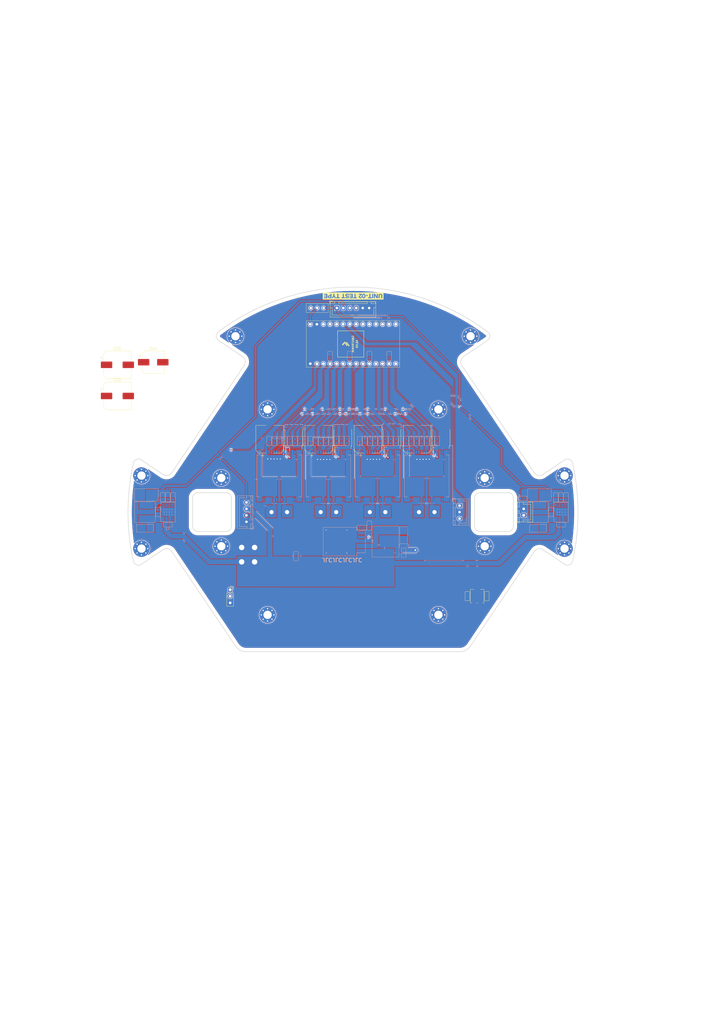
<source format=kicad_pcb>
(kicad_pcb (version 20221018) (generator pcbnew)
  (layers (0 "F.Cu" signal) (31 "B.Cu" signal) (34 "B.Paste" user) (35 "F.Paste" user) (36 "B.SilkS" user "B.Silkscreen") (37 "F.SilkS" user "F.Silkscreen") (38 "B.Mask" user) (39 "F.Mask" user) (44 "Edge.Cuts" user))
  (net 0 "")
  (net 1 "GND")
  (net 2 "+5V")
  (net 4 "+3V3")
  (net 5 "Net-(D2-K)")
  (net 6 "/M4 OUTA")
  (net 8 "/ESC")
  (net 9 "/M4 OUTB")
  (net 10 "/M SW")
  (net 21 "/L1 TX")
  (net 22 "/L1 RX")
  (net 23 "+12V")
  (net 25 "Net-(D1-K)")
  (net 26 "/M4 PWM")
  (net 27 "/M4 INA")
  (net 28 "/M4 INB")
  (net 31 "/L3 RX")
  (net 32 "/L3 TX")
  (net 33 "+48V")
  (net 34 "Net-(D3-A)")
  (net 35 "Net-(IC1-COMP)")
  (net 36 "Net-(IC1-FDBK)")
  (net 37 "/M3 PWM")
  (net 38 "Net-(U1-BOOT)")
  (net 39 "Net-(U2-BOOT)")
  (net 40 "Net-(Q1-D)")
  (net 41 "Net-(Q2-D)")
  (net 42 "Net-(C15-Pad1)")
  (net 43 "Net-(Q3-D)")
  (net 44 "Net-(Q4-D)")
  (net 46 "/M1 OUTA")
  (net 47 "/M1 OUTB")
  (net 48 "/M2 OUTA")
  (net 49 "/M2 OUTB")
  (net 50 "/M3 OUTA")
  (net 51 "/M3 OUTB")
  (net 52 "Net-(Q1-G)")
  (net 53 "Net-(Q2-G)")
  (net 54 "Net-(Q3-G)")
  (net 55 "Net-(Q4-G)")
  (net 56 "Net-(U1-VSENSE)")
  (net 57 "Net-(U2-VSENSE)")
  (net 58 "Net-(U4-ENA)")
  (net 59 "Net-(U4-ENB)")
  (net 60 "Net-(U5-ENA)")
  (net 61 "Net-(U5-ENB)")
  (net 62 "/M1 INA")
  (net 63 "Net-(U4-INA)")
  (net 64 "Net-(U4-INB)")
  (net 65 "/M1 INB")
  (net 66 "Net-(R17-Pad1)")
  (net 67 "/M1 PWM")
  (net 68 "/M3 INA")
  (net 69 "Net-(U5-INA)")
  (net 70 "Net-(U5-INB)")
  (net 71 "/M3 INB")
  (net 72 "Net-(R20-Pad1)")
  (net 73 "Net-(U6-ENA)")
  (net 74 "Net-(U6-ENB)")
  (net 75 "Net-(U7-ENA)")
  (net 76 "Net-(U7-ENB)")
  (net 77 "/M2 INA")
  (net 78 "Net-(U6-INA)")
  (net 79 "Net-(U6-INB)")
  (net 80 "/M2 INB")
  (net 81 "Net-(R32-Pad1)")
  (net 82 "/M2 PWM")
  (net 83 "Net-(U7-INA)")
  (net 84 "Net-(U7-INB)")
  (net 85 "Net-(R35-Pad1)")
  (net 86 "Net-(R37-Pad2)")
  (net 108 "/TEENSY PWR")
  (footprint "MountingHole:MountingHole_3.2mm_M3_Pad_Via" (layer "F.Cu") (at 181.529207 170.274635)
    (fp_text reference "H14" hide)
    (fp_text value "MountingHole_Pad" hide)
  )
  (footprint "MountingHole:MountingHole_3.2mm_M3_Pad_Via" (layer "F.Cu") (at 230.291143 224.114135)
    (fp_text reference "H2" hide)
    (fp_text value "MountingHole_Pad" hide)
  )
  (footprint "2024l2:16 AWG" (layer "F.Cu") (at 158 210 180)
    (fp_text reference "J9" hide)
    (fp_text value "Conn_01x02")
  )
  (footprint "2024l2:AOD482" (layer "F.Cu") (at 182.56 181.95 90)
    (fp_text reference "Q4" hide)
    (fp_text value "AOD482")
  )
  (footprint "MountingHole:MountingHole_3.2mm_M3_Pad_Via" (layer "F.Cu") (at 66.708858 195.885863)
    (fp_text reference "H13" hide)
    (fp_text value "MountingHole_Pad" hide)
  )
  (footprint "MountingHole:MountingHole_3.2mm_M3_Pad_Via" (layer "F.Cu") (at 230.291142 195.885863)
    (fp_text reference "H4" hide)
    (fp_text value "MountingHole_Pad" hide)
  )
  (footprint "MountingHole:MountingHole_3.2mm_M3_Pad_Via" (layer "F.Cu") (at 115.470793 170.274635)
    (fp_text reference "H9" hide)
    (fp_text value "MountingHole_Pad" hide)
  )
  (footprint "2024l2:16 AWG" (layer "F.Cu") (at 139 210 180)
    (fp_text reference "J8" hide)
    (fp_text value "Conn_01x02")
  )
  (footprint "Capacitor_SMD:CP_Elec_10x10.5" (layer "F.Cu") (at 154.28 181.8325 90)
    (fp_text reference "C12" hide)
    (fp_text value "680uF")
  )
  (footprint "Connector_PinSocket_2.54mm:PinSocket_1x03_P2.54mm_Vertical" (layer "F.Cu") (at 101 240)
    (fp_text reference "J4" hide)
    (fp_text value "Conn_01x03" hide)
  )
  (footprint "Capacitor_SMD:CP_Elec_10x10.5" (layer "F.Cu") (at 173.28 181.8325 90)
    (fp_text reference "C20" hide)
    (fp_text value "680uF")
  )
  (footprint "2024l2:14 AWG" (layer "F.Cu") (at 110.45 226.46 -90)
    (fp_text reference "J1" hide)
    (fp_text value "Conn_01x02")
  )
  (footprint "MountingHole:MountingHole_3.2mm_M3_Pad_Via" (layer "F.Cu") (at 66.708857 224.114135)
    (fp_text reference "H11" hide)
    (fp_text value "MountingHole_Pad" hide)
  )
  (footprint "MountingHole:MountingHole_3.2mm_M3_Pad_Via" (layer "F.Cu") (at 115.470793 249.725365)
    (fp_text reference "H1" hide)
    (fp_text value "MountingHole_Pad" hide)
  )
  (footprint "2024l3:SS12D00G3" (layer "F.Cu") (at 134.65 131.1 180)
    (fp_text reference "SW2" hide)
    (fp_text value "SW_SPDT" hide)
  )
  (footprint "MountingHole:MountingHole_3.2mm_M3_Pad_Via" (layer "F.Cu") (at 199.42338 223.196162)
    (fp_text reference "H12" hide)
    (fp_text value "MountingHole_Pad" hide)
  )
  (footprint "2024l2:AOD482" (layer "F.Cu") (at 125.56 181.95 90)
    (fp_text reference "Q1" hide)
    (fp_text value "AOD482")
  )
  (footprint "Capacitor_SMD:CP_Elec_10x10.5" (layer "F.Cu") (at 57.405 165.1)
    (fp_text reference "C22")
    (fp_text value "220u")
  )
  (footprint "Connector_JST:JST_XH_B2B-XH-A_1x02_P2.50mm_Vertical" (layer "F.Cu") (at 214.5 211.25 90)
    (fp_text reference "SW1" hide)
    (fp_text value "SW_SPST" hide)
  )
  (footprint "kibuzzard-656010D2" (layer "F.Cu") (at 148.55 126.45 180)
    (fp_text reference "kibuzzard-656010D2" hide)
    (fp_text value "G***" hide)
  )
  (footprint "2024l2:16 AWG" (layer "F.Cu") (at 177 210 180)
    (fp_text reference "J10" hide)
    (fp_text value "Conn_01x02")
  )
  (footprint "Capacitor_SMD:CP_Elec_10x10.5" (layer "F.Cu") (at 116.28 181.8325 90)
    (fp_text reference "C11" hide)
    (fp_text value "680uF")
  )
  (footprint "MountingHole:MountingHole_3.2mm_M3_Pad_Via" (layer "F.Cu") (at 97.57662 223.196162)
    (fp_text reference "H7" hide)
    (fp_text value "MountingHole_Pad" hide)
  )
  (footprint "2024l2:AOD482" (layer "F.Cu") (at 163.56 181.95 90)
    (fp_text reference "Q2" hide)
    (fp_text value "AOD482")
  )
  (footprint "MountingHole:MountingHole_3.2mm_M3_Pad_Via" (layer "F.Cu") (at 193.943605 141.99842)
    (fp_text reference "H10" hide)
    (fp_text value "MountingHole_Pad" hide)
  )
  (footprint "2024l2:16 AWG" (layer "F.Cu") (at 120 210 180)
    (fp_text reference "J7" hide)
    (fp_text value "Conn_01x02")
  )
  (footprint "2024l2:14 AWG" (layer "F.Cu") (at 105.45 226.46 -90)
    (fp_text reference "J2" hide)
    (fp_text value "Conn_01x02")
  )
  (footprint "MountingHole:MountingHole_3.2mm_M3_Pad_Via" (layer "F.Cu") (at 181.529207 249.725365)
    (fp_text reference "H6" hide)
    (fp_text value "MountingHole_Pad" hide)
  )
  (footprint "MountingHole:MountingHole_3.2mm_M3_Pad_Via" (layer "F.Cu") (at 103.056395 141.99842)
    (fp_text reference "H5" hide)
    (fp_text value "MountingHole_Pad" hide)
  )
  (footprint "2024l2:res0603" (layer "F.Cu") (at 200.239999 242.5 -90)
    (fp_text reference "R36" hide)
    (fp_text value "1k5")
  )
  (footprint "Capacitor_SMD:CP_Elec_10x10.5" (layer "F.Cu") (at 57.405 153.05)
    (fp_text reference "C21")
    (fp_text value "220u")
  )
  (footprint "Capacitor_SMD:CP_Elec_10x10.5" (layer "F.Cu") (at 135.28 181.8325 90)
    (fp_text reference "C19" hide)
    (fp_text value "680uF")
  )
  (footprint "MountingHole:MountingHole_3.2mm_M3_Pad_Via" (layer "F.Cu") (at 97.57662 196.803836)
    (fp_text reference "H3" hide)
    (fp_text value "MountingHole_Pad" hide)
  )
  (footprint "Capacitor_SMD:CP_Elec_8x10.5" (layer "F.Cu") (at 71.25 152.05)
    (fp_text reference "C14")
    (fp_text value "100u")
  )
  (footprint "MountingHole:MountingHole_3.2mm_M3_Pad_Via" (layer "F.Cu") (at 199.42338 196.803836)
    (fp_text reference "H8" hide)
    (fp_text value "MountingHole_Pad" hide)
  )
  (footprint "2024l2:Potentiometer_Vishay_TS53YJ_Vertical" (layer "F.Cu") (at 196.5 242.5 -90)
    (fp_text reference "RV1" hide)
    (fp_text value "10k")
  )
  (footprint "2024l2:AOD482" (layer "F.Cu") (at 144.56 181.95 90)
    (fp_text reference "Q3" hide)
    (fp_text value "AOD482")
  )
  (footprint "2024l2:res0603" (layer "F.Cu") (at 192.740001 242.5 -90)
    (fp_text reference "R37" hide)
    (fp_text value "57k")
  )
  (footprint "Connector_JST:JST_XH_B6B-XH-A_1x06_P2.50mm_Vertical" (layer "F.Cu") (at 142.25 131.1)
    (fp_text reference "J6" hide)
    (fp_text value "Conn_01x06")
  )
  (footprint "2024l2:Teensy 4.0" (layer "F.Cu") (at 148.5 145 90)
    (fp_text reference "U3" hide)
    (fp_text value "Teensy 4.0" hide)
  )
  (footprint "Package_SO:ST_MultiPowerSO-30" (layer "B.Cu") (at 120 196 -90)
    (fp_text reference "U4" hide)
    (fp_text value "~")
  )
  (footprint "2024l2:cap0603" (layer "B.Cu") (at 126.45 227.05 90)
    (fp_text reference "C13" hide)
    (fp_text value "0.1u")
  )
  (footprint "2024l2:cap0603" (layer "B.Cu") (at 228.9 214.89)
    (fp_text reference "C2" hide)
    (fp_text value "10u" hide)
  )
  (footprint "Connector_JST:JST_XH_B3B-XH-A_1x03_P2.50mm_Vertical" (layer "B.Cu") (at 189.7 207.5 -90)
    (fp_text reference "J3" hide)
    (fp_text value "Conn_01x03")
  )
  (footprint "2024l2:res0603" (layer "B.Cu") (at 177.08 182.5 -90)
    (fp_text reference "R27" hide)
    (fp_text value "3k3")
  )
  (footprint "2024l2:res0603" (layer "B.Cu") (at 179.08 182.5 90)
    (fp_text reference "R24" hide)
    (fp_text value "1k")
  )
  (footprint "2024l2:res0603" (layer "B.Cu") (at 144.08 182.5 90)
    (fp_text reference "R22" hide)
    (fp_text value "1k")
  )
  (footprint "2024l2:res0603" (layer "B.Cu") (at 175.08 182.5 90)
    (fp_text reference "R35" hide)
    (fp_text value "1k")
  )
  (footprint "2024l2:cap0603" (layer "B.Cu") (at 168.10015 225.7 -90)
    (fp_text reference "C18" hide)
    (fp_text value "0.1u")
  )
  (footprint "2024l2:res0603" (layer "B.Cu") (at 153.08 182.5 -90)
    (fp_text reference "R18" hide)
    (fp_text value "1k")
  )
  (footprint "2024l2:cap0603" (layer "B.Cu") (at 74.95 204.25 -90)
    (fp_text reference "C7" hide)
    (fp_text value "0u1" hide)
  )
  (footprint "2024l2:SMA (DO-214AC)" (layer "B.Cu") (at 168.10015 218.9 90)
    (fp_text reference "D3" hide)
    (fp_text value "SS510" hide)
  )
  (footprint "2024l2:res0603" (layer "B.Cu") (at 146.08 182.5 90)
    (fp_text reference "R31" hide)
    (fp_text value "1k")
  )
  (footprint "2024l2:res0603" (layer "B.Cu") (at 213.9 204.75 180)
    (fp_text reference "R38" hide)
    (fp_text value "1K" hide)
  )
  (footprint "2024l2:res0603" (layer "B.Cu") (at 138.08 182.5 -90)
    (fp_text reference "R28" hide)
    (fp_text value "3k3")
  )
  (footprint "2024l2:res0603" (layer "B.Cu") (at 228.899999 204.29 -90)
    (fp_text reference "R5" hide)
    (fp_text value "10K" hide)
  )
  (footprint "2024l2:1040 One Piece Inductor" (layer "B.Cu") (at 161.10015 221.4 -90)
    (fp_text reference "L3" hide)
    (fp_text value "68uH" hide)
  )
  (footprint "2024l2:res0603" (layer "B.Cu") (at 169.08 182.5 -90)
    (fp_text reference "R33" hide)
    (fp_text value "1k")
  )
  (footprint "2024l2:EIA-7343-D" (layer "B.Cu") (at 220.6 203.39 180)
    (fp_text reference "C6" hide)
    (fp_text value "220u" hide)
  )
  (footprint "2024l2:res0603" (layer "B.Cu") (at 162.47 149.62 90)
    (fp_text reference "R40" hide)
    (fp_text value "10k")
  )
  (footprint "Package_SO:ST_MultiPowerSO-30" (layer "B.Cu") (at 177 196 -90)
    (fp_text reference "U7" hide)
    (fp_text value "~")
  )
  (footprint "2024l2:res0603" (layer "B.Cu") (at 163.08 182.5 90)
    (fp_text reference "R10" hide)
    (fp_text value "1k")
  )
  (footprint "Connector_JST:JST_XH_B4B-XH-A_1x04_P2.50mm_Vertical" (layer "B.Cu") (at 107.3 213.75 90)
    (fp_text reference "J5" hide)
    (fp_text value "Conn_01x04")
  )
  (footprint "2024l2:res0603" (layer "B.Cu") (at 230.85 204.29 90)
    (fp_text reference "R6" hide)
    (fp_text value "3K24" hide)
  )
  (footprint "2024l2:res0603" (layer "B.Cu") (at 154.85 149.62 90)
    (fp_text reference "R2" hide)
    (fp_text value "10k")
  )
  (footprint "2024l2:res0603" (layer "B.Cu") (at 136.08 182.5 -90)
    (fp_text reference "R21" hide)
    (fp_text value "1k")
  )
  (footprint "2024l2:res0603" (layer "B.Cu") (at 128.08 182.5 90)
    (fp_text reference "R8" hide)
    (fp_text value "1k")
  )
  (footprint "Package_SO:ST_MultiPowerSO-30" (layer "B.Cu") (at 139 196 -90)
    (fp_text reference "U6" hide)
    (fp_text value "~")
  )
  (footprint "2024l2:res0603" (layer "B.Cu") (at 147.23 149.62 90)
    (fp_text reference "R39" hide)
    (fp_text value "10k")
  )
  (footprint "Package_SO:ST_MultiPowerSO-30" (layer "B.Cu") (at 158 196 -90)
    (fp_text reference "U5" hide)
    (fp_text value "~")
  )
  (footprint "2024l2:cap0603" (layer "B.Cu") (at 225.1 209.99 -90)
    (fp_text reference "C4" hide)
    (fp_text value "10n" hide)
  )
  (footprint "2024l2:cap0603" (layer "B.Cu") (at 132.08 182.5 90)
    (fp_text reference "C16" hide)
    (fp_text value "1uF")
  )
  (footprint "2024l2:res0603" (layer "B.Cu") (at 122.08 182.5 -90)
    (fp_text reference "R13" hide)
    (fp_text value "3k3")
  )
  (footprint "2024l2:res0603" (layer "B.Cu") (at 118.08 182.5 -90)
    (fp_text reference "R15" hide)
    (fp_text value "1k")
  )
  (footprint "2024l2:TI_SO-PowerPAD-8" (layer "B.Cu") (at 76.95 210 -90)
    (fp_text reference "U1" hide)
    (fp_text value "TPS5430DDA" hide)
  )
  (footprint "2024l2:EIA-7343-D" (layer "B.Cu") (at 68.6 203.35 180)
    (fp_text reference "C5" hide)
    (fp_text value "220u" hide)
  )
  (footprint "2024l2:res0603" (layer "B.Cu") (at 161.08 182.5 -90)
    (fp_text reference "R12" hide)
    (fp_text value "3k3")
  )
  (footprint "2024l2:res0603" (layer "B.Cu") (at 134.08 182.5 -90)
    (fp_text reference "R30" hide)
    (fp_text value "1k")
  )
  (footprint "2024l2:res0603" (layer "B.Cu") (at 140.08 182.5 90)
    (fp_text reference "R32" hide)
    (fp_text value "1k")
  )
  (footprint "2024l2:res0603" (layer "B.Cu") (at 76.899999 204.25 -90)
    (fp_text reference "R3" hide)
    (fp_text value "10K" hide)
  )
  (footprint "2024l2:res0603" (layer "B.Cu") (at 159.08 182.5 90)
    (fp_text reference "R20" hide)
    (fp_text value "1k")
  )
  (footprint "2024l2:cap0603" (layer "B.Cu") (at 116.08 182.5 90)
    (fp_text reference "C9" hide)
    (fp_text value "1uF")
  )
  (footprint "2024l2:res0603" (layer "B.Cu") (at 142.08 182.5 -90)
    (fp_text reference "R26" hide)
    (fp_text value "3k3")
  )
  (footprint "2024l2:0630 One Piece Inductor" (layer "B.Cu") (at 220.05 210.04 90)
    (fp_text reference "L2" hide)
    (fp_text value "15uH" hide)
  )
  (footprint "2024l2:res0603" (layer "B.Cu") (at 139.61 149.62 90)
    (fp_text reference "R1" hide)
    (fp_text value "10k")
  )
  (footprint "2024l2:res0603" (layer "B.Cu") (at 124.08 182.5 90)
    (fp_text reference "R17" hide)
    (fp_text value "1k")
  )
  (footprint "2024l2:res0603" (layer "B.Cu") (at 171.08 182.5 -90)
    (fp_text reference "R23" hide)
    (fp_text value "1k")
  )
  (footprint "2024l2:SMA (DO-214AC)" (layer "B.Cu") (at 220.05 216.29 180)
    (fp_text reference "D2" hide)
    (fp_text value "SS54" hide)
  )
  (footprint "2024l2:res0603" (layer "B.Cu") (at 78.85 204.25 90)
    (fp_text reference "R4" hide)
    (fp_text value "5K9" hide)
  )
  (footprint "2024l2:res0603" (layer "B.Cu") (at 173.08 182.5 -90)
    (fp_text reference "R29" hide)
    (fp_text value "3k3")
  )
  (footprint "2024l2:res0603" (layer "B.Cu") (at 181.08 182.5 90)
    (fp_text reference "R34" hide)
    (fp_text value "1k")
  )
  (footprint "2024l2:res0603" (layer "B.Cu") (at 157.08 182.5 -90)
    (fp_text reference "R14" hide)
    (fp_text value "3k3")
  )
  (footprint "2024l2:cap0603" (layer "B.Cu") (at 226.95 204.29 -90)
    (fp_text reference "C8" hide)
    (fp_text value "0u1" hide)
  )
  (footprint "2024l2:res0603" (layer "B.Cu") (at 126.08 182.5 -90)
    (fp_text reference "R11" hide)
    (fp_text value "3k3")
  )
  (footprint "2024l2:cap0603" (layer "B.Cu") (at 151.08 182.5 90)
    (fp_text reference "C10" hide)
    (fp_text value "1uF")
  )
  (footprint "2024l2:TI_SO-PowerPAD-8" (layer "B.Cu") (at 228.95 210.04 -90)
    (fp_text reference "U2" hide)
    (fp_text value "TPS5430DDA" hide)
  )
  (footprint "2024l2:TO170P1435X465-6N" (layer "B.Cu") (at 145.50015 221.4 180)
    (fp_text reference "IC1" hide)
    (fp_text value "LM2587S-ADJ" hide)
  )
  (footprint "2024l2:cap0603" (layer "B.Cu") (at 154.80015 215.2 90)
    (fp_text reference "C15" hide)
    (fp_text value "1u")
  )
  (footprint "2024l2:res0603" (layer "B.Cu") (at 120.08 182.5 -90)
    (fp_text reference "R7" hide)
    (fp_text value "1k")
  )
  (footprint "2024l2:res0603" (layer "B.Cu") (at 155.08 182.5 -90)
    (fp_text reference "R9" hide)
    (fp_text value "1k")
  )
  (footprint "2024l2:res0603" (layer "B.Cu") (at 151.90015 216)
    (fp_text reference "R25" hide)
    (fp_text value "2k94")
  )
  (footprint "2024l2:cap0603" (layer "B.Cu") (at 76.9 214.85)
    (fp_text reference "C1")
    (fp_text value "10u")
  )
  (footprint "2024l2:cap0603" (layer "B.Cu") (at 167.08 182.5 90)
    (fp_text reference "C17" hide)
    (fp_text value "1uF")
  )
  (footprint "2024l2:res0603" (layer "B.Cu") (at 165.08 182.5 90)
    (fp_text reference "R19" hide)
    (fp_text value "1k")
  )
  (footprint "2024l2:cap0603" (layer "B.Cu") (at 73.1 209.95 -90)
    (fp_text reference "C3" hide)
    (fp_text value "10n")
  )
  (footprint "2024l2:SMA (DO-214AC)" (layer "B.Cu") (at 68.05 216.25 180)
    (fp_text reference "D1" hide)
    (fp_text value "SS54" hide)
  )
  (footprint "2024l2:0630 One Piece Inductor" (layer "B.Cu") (at 68.05 210 90)
    (fp_text reference "L1" hide)
    (fp_text value "15uH" hide)
  )
  (footprint "2024l2:res0603" (layer "B.Cu") (at 130.08 182.5 90)
    (fp_text reference "R16" hide)
    (fp_text value "1k")
  )
  (gr_line (start 218.549738 194.758896) (end 190.590093 153.307017) (stroke (width 0.2)) (layer "Edge.Cuts"))
  (gr_line (start 99.499983 217.5) (end 88.499983 217.5) (stroke (width 0.2)) (layer "Edge.Cuts"))
  (gr_arc (start 218.549738 225.241104) (mid 220.14531 224.185019) (end 222.020314 224.566493) (stroke (width 0.2)) (layer "Edge.Cuts"))
  (gr_arc (start 78.450228 194.758896) (mid 76.854664 195.814943) (end 74.979652 195.433507) (stroke (width 0.2)) (layer "Edge.Cuts"))
  (gr_line (start 78.450228 225.241104) (end 103.081827 261.758951) (stroke (width 0.2)) (layer "Edge.Cuts"))
  (gr_arc (start 86.499983 204.5) (mid 87.085769 203.085786) (end 88.499983 202.5) (stroke (width 0.2)) (layer "Edge.Cuts"))
  (gr_arc (start 105.735262 149.836441) (mid 106.791346 151.432012) (end 106.409873 153.307017) (stroke (width 0.2)) (layer "Edge.Cuts"))
  (gr_arc (start 107.227015 263.962987) (mid 104.879648 263.377736) (end 103.081827 261.758951) (stroke (width 0.2)) (layer "Edge.Cuts"))
  (gr_line (start 96.473459 143.589276) (end 105.735262 149.836441) (stroke (width 0.2)) (layer "Edge.Cuts"))
  (gr_arc (start 233.409859 228.955554) (mid 232.197652 230.377959) (end 230.339522 230.177869) (stroke (width 0.2)) (layer "Edge.Cuts"))
  (gr_line (start 101.499983 204.5) (end 101.499983 215.5) (stroke (width 0.2)) (layer "Edge.Cuts"))
  (gr_arc (start 88.499983 217.5) (mid 87.085769 216.914214) (end 86.499983 215.5) (stroke (width 0.2)) (layer "Edge.Cuts"))
  (gr_line (start 230.339522 189.822131) (end 222.020314 195.433507) (stroke (width 0.2)) (layer "Edge.Cuts"))
  (gr_arc (start 197.499983 217.5) (mid 196.085769 216.914214) (end 195.499983 215.5) (stroke (width 0.2)) (layer "Edge.Cuts"))
  (gr_arc (start 230.339522 189.822131) (mid 232.197652 189.622041) (end 233.409859 191.044446) (stroke (width 0.2)) (layer "Edge.Cuts"))
  (gr_arc (start 74.979652 224.566493) (mid 76.854677 224.184988) (end 78.450228 225.241104) (stroke (width 0.2)) (layer "Edge.Cuts"))
  (gr_line (start 208.499983 217.5) (end 197.499983 217.5) (stroke (width 0.2)) (layer "Edge.Cuts"))
  (gr_arc (start 233.409859 191.044446) (mid 235.499983 210) (end 233.409859 228.955554) (stroke (width 0.2)) (layer "Edge.Cuts"))
  (gr_line (start 210.499983 204.5) (end 210.499983 215.5) (stroke (width 0.2)) (layer "Edge.Cuts"))
  (gr_arc (start 99.499983 202.5) (mid 100.914197 203.085786) (end 101.499983 204.5) (stroke (width 0.2)) (layer "Edge.Cuts"))
  (gr_line (start 86.499983 215.5) (end 86.499983 204.5) (stroke (width 0.2)) (layer "Edge.Cuts"))
  (gr_arc (start 96.394006 140.329582) (mid 148.499983 123) (end 200.60596 140.329582) (stroke (width 0.2)) (layer "Edge.Cuts"))
  (gr_arc (start 208.499983 202.5) (mid 209.914197 203.085786) (end 210.499983 204.5) (stroke (width 0.2)) (layer "Edge.Cuts"))
  (gr_arc (start 195.499983 204.5) (mid 196.085769 203.085786) (end 197.499983 202.5) (stroke (width 0.2)) (layer "Edge.Cuts"))
  (gr_line (start 222.020314 224.566493) (end 230.339522 230.177869) (stroke (width 0.2)) (layer "Edge.Cuts"))
  (gr_line (start 88.499983 202.5) (end 99.499983 202.5) (stroke (width 0.2)) (layer "Edge.Cuts"))
  (gr_line (start 195.499983 215.5) (end 195.499983 204.5) (stroke (width 0.2)) (layer "Edge.Cuts"))
  (gr_arc (start 63.590107 191.044446) (mid 64.802317 189.622019) (end 66.660444 189.822131) (stroke (width 0.2)) (layer "Edge.Cuts"))
  (gr_line (start 107.227015 263.962987) (end 189.772951 263.962987) (stroke (width 0.2)) (layer "Edge.Cuts"))
  (gr_arc (start 190.590093 153.307017) (mid 190.208619 151.432013) (end 191.264704 149.836441) (stroke (width 0.2)) (layer "Edge.Cuts"))
  (gr_arc (start 66.660444 230.177869) (mid 64.802333 230.377943) (end 63.590107 228.955554) (stroke (width 0.2)) (layer "Edge.Cuts"))
  (gr_arc (start 193.918139 261.758951) (mid 192.120309 263.377725) (end 189.772951 263.962987) (stroke (width 0.2)) (layer "Edge.Cuts"))
  (gr_line (start 191.264704 149.836441) (end 200.526507 143.589276) (stroke (width 0.2)) (layer "Edge.Cuts"))
  (gr_line (start 106.409873 153.307017) (end 78.450228 194.758896) (stroke (width 0.2)) (layer "Edge.Cuts"))
  (gr_arc (start 101.499983 215.5) (mid 100.914197 216.914214) (end 99.499983 217.5) (stroke (width 0.2)) (layer "Edge.Cuts"))
  (gr_arc (start 210.499983 215.5) (mid 209.914197 216.914214) (end 208.499983 217.5) (stroke (width 0.2)) (layer "Edge.Cuts"))
  (gr_line (start 74.979652 195.433507) (end 66.660444 189.822131) (stroke (width 0.2)) (layer "Edge.Cuts"))
  (gr_arc (start 63.590107 228.955554) (mid 61.499983 210) (end 63.590107 191.044446) (stroke (width 0.2)) (layer "Edge.Cuts"))
  (gr_arc (start 96.473459 143.589276) (mid 95.592437 141.979935) (end 96.394006 140.329582) (stroke (width 0.2)) (layer "Edge.Cuts"))
  (gr_line (start 197.499983 202.5) (end 208.499983 202.5) (stroke (width 0.2)) (layer "Edge.Cuts"))
  (gr_line (start 193.918139 261.758951) (end 218.549738 225.241104) (stroke (width 0.2)) (layer "Edge.Cuts"))
  (gr_line (start 66.660444 230.177869) (end 74.979652 224.566493) (stroke (width 0.2)) (layer "Edge.Cuts"))
  (gr_arc (start 200.60596 140.329582) (mid 201.407528 141.979935) (end 200.526507 143.589276) (stroke (width 0.2)) (layer "Edge.Cuts"))
  (gr_arc (start 222.020314 195.433507) (mid 220.14531 195.814981) (end 218.549738 194.758896) (stroke (width 0.2)) (layer "Edge.Cuts"))
  (gr_text "JLCJLCJLCJLC" (at 136.40015 227.6 180) (layer "B.SilkS") (effects (font (size 1.5 1.5) (thickness 0.3) bold) (justify left bottom mirror)))
  (segment (start 151.2 172) (end 154.2 172) (width 0.25) (layer "F.Cu") (net 2))
  (segment (start 143.4 172) (end 145.8 172) (width 0.25) (layer "F.Cu") (net 2))
  (segment (start 145.8 172) (end 151.2 172) (width 0.25) (layer "F.Cu") (net 2))
  (segment (start 189.7 169.15) (end 187.55 169.15) (width 0.25) (layer "F.Cu") (net 2))
  (segment (start 132.8 172) (end 143.4 172) (width 0.25) (layer "F.Cu") (net 2))
  (segment (start 128.8 172) (end 132.8 172) (width 0.25) (layer "F.Cu") (net 2))
  (segment (start 174.8 166) (end 168.8 172) (width 0.25) (layer "F.Cu") (net 2))
  (segment (start 187.55 169.15) (end 184.4 166) (width 0.25) (layer "F.Cu") (net 2))
  (segment (start 168.8 172) (end 164.8 172) (width 0.25) (layer "F.Cu") (net 2))
  (segment (start 164.8 172) (end 154.2 172) (width 0.25) (layer "F.Cu") (net 2))
  (segment (start 184.4 166) (end 174.8 166) (width 0.25) (layer "F.Cu") (net 2))
  (via (at 132.8 172) (size 0.8) (drill 0.4) (layers "F.Cu" "B.Cu") (net 2))
  (via (at 145.8 172) (size 0.8) (drill 0.4) (layers "F.Cu" "B.Cu") (net 2))
  (via (at 143.4 172) (size 0.8) (drill 0.4) (layers "F.Cu" "B.Cu") (net 2))
  (via (at 151.2 172) (size 0.8) (drill 0.4) (layers "F.Cu" "B.Cu") (net 2))
  (via (at 168.8 172) (size 0.8) (drill 0.4) (layers "F.Cu" "B.Cu") (net 2))
  (via (at 164.8 172) (size 0.8) (drill 0.4) (layers "F.Cu" "B.Cu") (net 2))
  (via (at 128.8 172) (size 0.8) (drill 0.4) (layers "F.Cu" "B.Cu") (net 2))
  (via (at 189.7 169.15) (size 0.8) (drill 0.4) (layers "F.Cu" "B.Cu") (net 2))
  (via (at 154.2 172) (size 0.8) (drill 0.4) (layers "F.Cu" "B.Cu") (net 2))
  (segment (start 138.08 177.32) (end 143.4 172) (width 0.25) (layer "B.Cu") (net 2))
  (segment (start 205.95 191.8) (end 205.95 185.4) (width 0.75) (layer "B.Cu") (net 2))
  (segment (start 189.7 156.55) (end 167.55 134.4) (width 0.75) (layer "B.Cu") (net 2))
  (segment (start 151.2 173.6) (end 151.2 172) (width 0.25) (layer "B.Cu") (net 2))
  (segment (start 142.08 181.7) (end 142.08 176.82) (width 0.25) (layer "B.Cu") (net 2))
  (segment (start 173.08 178.99) (end 166.09 172) (width 0.25) (layer "B.Cu") (net 2))
  (segment (start 177.08 178.7) (end 170.38 172) (width 0.25) (layer "B.Cu") (net 2))
  (segment (start 170.38 172) (end 168.8 172) (width 0.25) (layer "B.Cu") (net 2))
  (segment (start 145.8 173.1) (end 145.8 172) (width 0.25) (layer "B.Cu") (net 2))
  (segment (start 161.08 178.88) (end 161.08 181.7) (width 0.25) (layer "B.Cu") (net 2))
  (segment (start 154.2 172) (end 161.08 178.88) (width 0.25) (layer "B.Cu") (net 2))
  (segment (start 189.7 169.15) (end 189.7 156.55) (width 0.75) (layer "B.Cu") (net 2))
  (segment (start 167.55 134.4) (end 144.35 134.4) (width 0.75) (layer "B.Cu") (net 2))
  (segment (start 122.08 181.7) (end 122.08 178.72) (width 0.25) (layer "B.Cu") (net 2))
  (segment (start 213.1 201.45) (end 214.35 200.2) (width 0.25) (layer "B.Cu") (net 2))
  (segment (start 142.08 176.82) (end 145.8 173.1) (width 0.25) (layer "B.Cu") (net 2))
  (segment (start 223.8 201) (end 223 200.2) (width 0.75) (layer "B.Cu") (net 2))
  (segment (start 122.08 178.72) (end 128.8 172) (width 0.25) (layer "B.Cu") (net 2))
  (segment (start 223.8 203.39) (end 223.8 201) (width 0.75) (layer "B.Cu") (net 2))
  (segment (start 205.95 185.4) (end 189.7 169.15) (width 0.75) (layer "B.Cu") (net 2))
  (segment (start 173.08 180.99) (end 173.08 178.99) (width 0.25) (layer "B.Cu") (net 2))
  (segment (start 213.1 204.75) (end 213.1 201.45) (width 0.25) (layer "B.Cu") (net 2))
  (segment (start 132.8 172) (end 126.08 178.72) (width 0.25) (layer "B.Cu") (net 2))
  (segment (start 214.35 200.2) (end 205.95 191.8) (width 0.75) (layer "B.Cu") (net 2))
  (segment (start 142.25 131.1) (end 137.15 131.1) (width 0.75) (layer "B.Cu") (net 2))
  (segment (start 157.08 181.7) (end 157.08 179.48) (width 0.25) (layer "B.Cu") (net 2))
  (segment (start 223 200.2) (end 214.35 200.2) (width 0.75) (layer "B.Cu") (net 2))
  (segment (start 144.35 134.4) (end 142.25 132.3) (width 0.75) (layer "B.Cu") (net 2))
  (segment (start 173.08 181.7) (end 173.08 180.99) (width 0.25) (layer "B.Cu") (net 2))
  (segment (start 166.09 172) (end 164.8 172) (width 0.25) (layer "B.Cu") (net 2))
  (segment (start 142.25 132.3) (end 142.25 131.1) (width 0.75) (layer "B.Cu") (net 2))
  (segment (start 126.08 178.72) (end 126.08 181.7) (width 0.25) (layer "B.Cu") (net 2))
  (segment (start 177.08 181.7) (end 177.08 180.7) (width 0.25) (layer "B.Cu") (net 2))
  (segment (start 138.08 181.7) (end 138.08 177.32) (width 0.25) (layer "B.Cu") (net 2))
  (segment (start 177.08 180.7) (end 177.08 178.7) (width 0.25) (layer "B.Cu") (net 2))
  (segment (start 157.08 179.48) (end 151.2 173.6) (width 0.25) (layer "B.Cu") (net 2))
  (segment (start 110.85 145.7) (end 128.15 128.4) (width 0.75) (layer "B.Cu") (net 4))
  (segment (start 75.85 199.85) (end 74.95 200.75) (width 1) (layer "B.Cu") (net 4))
  (segment (start 107.3 198.95) (end 107.3 206.25) (width 0.75) (layer "B.Cu") (net 4))
  (segment (start 74.95 200.75) (end 74.95 203.45) (width 1) (layer "B.Cu") (net 4))
  (segment (start 110.85 173.025) (end 110.85 145.7) (width 0.75) (layer "B.Cu") (net 4))
  (segment (start 128.15 128.4) (end 143.775 128.4) (width 0.75) (layer "B.Cu") (net 4))
  (segment (start 75.9 199.85) (end 75.85 199.85) (width 1) (layer "B.Cu") (net 4))
  (segment (start 96.1125 187.7625) (end 110.85 173.025) (width 0.75) (layer "B.Cu") (net 4))
  (segment (start 144.75 129.375) (end 144.75 131.1) (width 0.75) (layer "B.Cu") (net 4))
  (segment (start 143.775 128.4) (end 144.75 129.375) (width 0.75) (layer "B.Cu") (net 4))
  (segment (start 84.025 199.85) (end 96.1125 187.7625) (width 0.75) (layer "B.Cu") (net 4))
  (segment (start 96.1125 187.7625) (end 107.3 198.95) (width 0.75) (layer "B.Cu") (net 4))
  (segment (start 83.9 199.85) (end 75.9 199.85) (width 1) (layer "B.Cu") (net 4))
  (segment (start 83.9 199.85) (end 84.025 199.85) (width 0.75) (layer "B.Cu") (net 4))
  (segment (start 83.15 203.35) (end 83.15 222.15) (width 0.25) (layer "F.Cu") (net 8))
  (segment (start 100.6 185.9) (end 83.15 203.35) (width 0.25) (layer "F.Cu") (net 8))
  (segment (start 101.35 185.9) (end 100.6 185.9) (width 0.25) (layer "F.Cu") (net 8))
  (segment (start 83.15 222.15) (end 101 240) (width 0.25) (layer "F.Cu") (net 8))
  (via (at 101.35 185.9) (size 0.8) (drill 0.4) (layers "F.Cu" "B.Cu") (net 8))
  (segment (start 133 161.3) (end 133 154.15) (width 0.25) (layer "B.Cu") (net 8))
  (segment (start 108.4 185.9) (end 133 161.3) (width 0.25) (layer "B.Cu") (net 8))
  (segment (start 133 154.15) (end 134.53 152.62) (width 0.25) (layer "B.Cu") (net 8))
  (segment (start 101.35 185.9) (end 108.4 185.9) (width 0.25) (layer "B.Cu") (net 8))
  (segment (start 129.8 170.2) (end 136.6 170.2) (width 0.25) (layer "F.Cu") (net 10))
  (segment (start 188.7 165) (end 193.75 170.05) (width 0.25) (layer "F.Cu") (net 10))
  (segment (start 143.4 170.2) (end 147 170.2) (width 0.25) (layer "F.Cu") (net 10))
  (segment (start 212.75 203.45) (end 212.75 209.5) (width 0.25) (layer "F.Cu") (net 10))
  (segment (start 169.35 170.2) (end 174.55 165) (width 0.25) (layer "F.Cu") (net 10))
  (segment (start 193.75 170.05) (end 193.75 184.45) (width 0.25) (layer "F.Cu") (net 10))
  (segment (start 193.75 184.45) (end 212.75 203.45) (width 0.25) (layer "F.Cu") (net 10))
  (segment (start 174.55 165) (end 188.7 165) (width 0.25) (layer "F.Cu") (net 10))
  (segment (start 212.75 209.5) (end 214.5 211.25) (width 0.25) (layer "F.Cu") (net 10))
  (segment (start 167.8 170.2) (end 161 170.2) (width 0.25) (layer "F.Cu") (net 10))
  (segment (start 161 170.2) (end 154.2 170.2) (width 0.25) (layer "F.Cu") (net 10))
  (segment (start 147 170.2) (end 150 170.2) (width 0.25) (layer "F.Cu") (net 10))
  (segment (start 167.8 170.2) (end 169.35 170.2) (width 0.25) (layer "F.Cu") (net 10))
  (segment (start 136.6 170.2) (end 143.4 170.2) (width 0.25) (layer "F.Cu") (net 10))
  (segment (start 150 170.2) (end 154.2 170.2) (width 0.25) (layer "F.Cu") (net 10))
  (via (at 147 170.2) (size 0.8) (drill 0.4) (layers "F.Cu" "B.Cu") (net 10))
  (via (at 150 170.2) (size 0.8) (drill 0.4) (layers "F.Cu" "B.Cu") (net 10))
  (via (at 154.2 170.2) (size 0.8) (drill 0.4) (layers "F.Cu" "B.Cu") (net 10))
  (via (at 167.8 170.2) (size 0.8) (drill 0.4) (layers "F.Cu" "B.Cu") (net 10))
  (via (at 136.6 170.2) (size 0.8) (drill 0.4) (layers "F.Cu" "B.Cu") (net 10))
  (via (at 129.8 170.2) (size 0.8) (drill 0.4) (layers "F.Cu" "B.Cu") (net 10))
  (via (at 143.4 170.2) (size 0.8) (drill 0.4) (layers "F.Cu" "B.Cu") (net 10))
  (via (at 161 170.2) (size 0.8) (drill 0.4) (layers "F.Cu" "B.Cu") (net 10))
  (segment (start 150 174.4) (end 150 170.2) (width 0.25) (layer "B.Cu") (net 10))
  (segment (start 168.18 175.8) (end 166.6 175.8) (width 0.25) (layer "B.Cu") (net 10))
  (segment (start 215.7 204.75) (end 216.35 205.4) (width 0.25) (layer "B.Cu") (net 10))
  (segment (start 147 170.2) (end 147 173.5) (width 0.25) (layer "B.Cu") (net 10))
  (segment (start 128.8 170.2) (end 120.08 178.92) (width 0.25) (layer "B.Cu") (net 10))
  (segment (start 155.08 179.48) (end 150 174.4) (width 0.25) (layer "B.Cu") (net 10))
  (segment (start 155.08 181.7) (end 155.08 179.48) (width 0.25) (layer "B.Cu") (net 10))
  (segment (start 128.08 178.72) (end 136.6 170.2) (width 0.25) (layer "B.Cu") (net 10))
  (segment (start 214.7 204.75) (end 215.7 204.75) (width 0.25) (layer "B.Cu") (net 10))
  (segment (start 179.08 178.7) (end 179.08 181.7) (width 0.25) (layer "B.Cu") (net 10))
  (segment (start 143.4 170.2) (end 136.08 177.52) (width 0.25) (layer "B.Cu") (net 10))
  (segment (start 215.95 211.25) (end 214.5 211.25) (width 0.25) (layer "B.Cu") (net 10))
  (segment (start 171.08 178.7) (end 168.18 175.8) (width 0.25) (layer "B.Cu") (net 10))
  (segment (start 128.08 181.7) (end 128.08 178.72) (width 0.25) (layer "B.Cu") (net 10))
  (segment (start 136.08 177.52) (end 136.08 181.7) (width 0.25) (layer "B.Cu") (net 10))
  (segment (start 167.8 170.2) (end 170.58 170.2) (width 0.25) (layer "B.Cu") (net 10))
  (segment (start 163.08 179.08) (end 163.08 181.7) (width 0.25) (layer "B.Cu") (net 10))
  (segment (start 216.35 205.4) (end 216.35 210.85) (width 0.25) (layer "B.Cu") (net 10))
  (segment (start 129.8 170.2) (end 128.8 170.2) (width 0.25) (layer "B.Cu") (net 10))
  (segment (start 154.2 170.2) (end 163.08 179.08) (width 0.25) (layer "B.Cu") (net 10))
  (segment (start 144.08 176.42) (end 144.08 181.7) (width 0.25) (layer "B.Cu") (net 10))
  (segment (start 170.58 170.2) (end 179.08 178.7) (width 0.25) (layer "B.Cu") (net 10))
  (segment (start 147 173.5) (end 144.08 176.42) (width 0.25) (layer "B.Cu") (net 10))
  (segment (start 171.08 181.7) (end 171.08 178.7) (width 0.25) (layer "B.Cu") (net 10))
  (segment (start 120.08 178.92) (end 120.08 181.7) (width 0.25) (layer "B.Cu") (net 10))
  (segment (start 166.6 175.8) (end 161 170.2) (width 0.25) (layer "B.Cu") (net 10))
  (segment (start 216.35 210.85) (end 215.95 211.25) (width 0.25) (layer "B.Cu") (net 10))
  (segment (start 192 211.6) (end 191.1 212.5) (width 0.25) (layer "B.Cu") (net 21))
  (segment (start 147.23 137.38) (end 153.85 144) (width 0.25) (layer "B.Cu") (net 21))
  (segment (start 187.7 200.8) (end 192 205.1) (width 0.25) (layer "B.Cu") (net 21))
  (segment (start 187.7 158.6) (end 187.7 200.8) (width 0.25) (layer "B.Cu") (net 21))
  (segment (start 173.1 144) (end 187.7 158.6) (width 0.25) (layer "B.Cu") (net 21))
  (segment (start 192 205.1) (end 192 211.6) (width 0.25) (layer "B.Cu") (net 21))
  (segment (start 153.85 144) (end 173.1 144) (width 0.25) (layer "B.Cu") (net 21))
  (segment (start 191.1 212.5) (end 189.7 212.5) (width 0.25) (layer "B.Cu") (net 21))
  (segment (start 186.75 161.95192) (end 170.69808 145.9) (width 0.25) (layer "B.Cu") (net 22))
  (segment (start 170.69808 145.9) (end 153.21 145.9) (width 0.25) (layer "B.Cu") (net 22))
  (segment (start 189.7 207.5) (end 186.75 204.55) (width 0.25) (layer "B.Cu") (net 22))
  (segment (start 153.21 145.9) (end 144.69 137.38) (width 0.25) (layer "B.Cu") (net 22))
  (segment (start 186.75 204.55) (end 186.75 161.95192) (width 0.25) (layer "B.Cu") (net 22))
  (segment (start 107.3 208.75) (end 112.2 208.75) (width 2) (layer "F.Cu") (net 23))
  (segment (start 112.2 208.75) (end 113.45 207.5) (width 2) (layer "F.Cu") (net 23))
  (segment (start 113.45 207.5) (end 113.45 205.25) (width 2) (layer "F.Cu") (net 23))
  (via (at 162 188.8) (size 0.8) (drill 0.4) (layers "F.Cu" "B.Cu") (net 23))
  (via (at 181 188.725) (size 0.8) (drill 0.4) (layers "F.Cu" "B.Cu") (net 23))
  (via (at 143 188.725) (size 0.8) (drill 0.4) (layers "F.Cu" "B.Cu") (net 23))
  (via (at 124 188.8) (size 0.8) (drill 0.4) (layers "F.Cu" "B.Cu") (net 23))
  (segment (start 76.1 217.175) (end 76.1 216.075) (width 1.5) (layer "B.Cu") (net 23))
  (segment (start 92.89 229.19) (end 105.5 229.19) (width 2) (layer "B.Cu") (net 23))
  (segment (start 124 188.8) (end 124 186.875) (width 0.75) (layer "B.Cu") (net 23))
  (segment (start 76.1 216.075) (end 76.1 214.85) (width 1) (layer "B.Cu") (net 23))
  (segment (start 111.11 229.8) (end 110.5 229.19) (width 2) (layer "B.Cu") (net 23))
  (segment (start 92.65 228.95) (end 82.95 219.25) (width 2) (layer "B.Cu") (net 23))
  (segment (start 205.025 229.8) (end 116.4 229.8) (width 2) (layer "B.Cu") (net 23))
  (segment (start 162 188.8) (end 162 186.875) (width 0.75) (layer "B.Cu") (net 23))
  (segment (start 82.95 219.25) (end 78.175 219.25) (width 2) (layer "B.Cu") (net 23))
  (segment (start 228.1 216.4) (end 228.1 214.89) (width 1) (layer "B.Cu") (net 23))
  (segment (start 108.65 208.75) (end 116.4 216.5) (width 2) (layer "B.Cu") (net 23))
  (segment (start 92.65 228.95) (end 92.89 229.19) (width 2) (layer "B.Cu") (net 23))
  (segment (start 78.175 219.25) (end 76.1 217.175) (width 2) (layer "B.Cu") (net 23))
  (segment (start 226.3 219.75) (end 215.075 219.75) (width 2) (layer "B.Cu") (net 23))
  (segment (start 116.4 229.8) (end 111.11 229.8) (width 2) (layer "B.Cu") (net 23))
  (segment (start 143 188.725) (end 143 186.8) (width 0.75) (layer "B.Cu") (net 23))
  (segment (start 181 188.725) (end 181 186.8) (width 0.75) (layer "B.Cu") (net 23))
  (segment (start 228.1 217.95) (end 226.3 219.75) (width 2) (layer "B.Cu") (net 23))
  (segment (start 116.4 216.5) (end 116.4 229.8) (width 2) (layer "B.Cu") (net 23))
  (segment (start 228.1 217.95) (end 228.1 216.4) (width 1.5) (layer "B.Cu") (net 23))
  (segment (start 215.075 219.75) (end 205.025 229.8) (width 2) (layer "B.Cu") (net 23))
  (segment (start 107.3 208.75) (end 108.65 208.75) (width 2) (layer "B.Cu") (net 23))
  (segment (start 172.48 176.1) (end 171.1 176.1) (width 0.25) (layer "B.Cu") (net 26))
  (segment (start 175.08 178.7) (end 172.48 176.1) (width 0.25) (layer "B.Cu") (net 26))
  (segment (start 162.47 150.42) (end 162.47 152.62) (width 0.25) (layer "B.Cu") (net 26))
  (segment (start 162.47 167.47) (end 162.47 152.62) (width 0.25) (layer "B.Cu") (net 26))
  (segment (start 175.08 181.7) (end 175.08 178.7) (width 0.25) (layer "B.Cu") (net 26))
  (segment (start 171.1 176.1) (end 162.47 167.47) (width 0.25) (layer "B.Cu") (net 26))
  (segment (start 167.18 176.8) (end 169.08 178.7) (width 0.25) (layer "B.Cu") (net 27))
  (segment (start 159.6 171.35) (end 165.05 176.8) (width 0.25) (layer "B.Cu") (net 27))
  (segment (start 159.6 152.95) (end 159.6 171.35) (width 0.25) (layer "B.Cu") (net 27))
  (segment (start 165.05 176.8) (end 167.18 176.8) (width 0.25) (layer "B.Cu") (net 27))
  (segment (start 159.93 152.62) (end 159.6 152.95) (width 0.25) (layer "B.Cu") (net 27))
  (segment (start 169.08 178.7) (end 169.08 181.7) (width 0.25) (layer "B.Cu") (net 27))
  (segment (start 165.01 162.63) (end 181.08 178.7) (width 0.25) (layer "B.Cu") (net 28))
  (segment (start 181.08 178.7) (end 181.08 181.7) (width 0.25) (layer "B.Cu") (net 28))
  (segment (start 165.01 152.62) (end 165.01 162.63) (width 0.25) (layer "B.Cu") (net 28))
  (segment (start 159.93 135.605) (end 159.05 134.725) (width 0.25) (layer "F.Cu") (net 31))
  (segment (start 148.925 134.725) (end 147.25 133.05) (width 0.25) (layer "F.Cu") (net 31))
  (segment (start 147.25 133.05) (end 147.25 131.1) (width 0.25) (layer "F.Cu") (net 31))
  (segment (start 159.05 134.725) (end 148.925 134.725) (width 0.25) (layer "F.Cu") (net 31))
  (segment (start 159.93 137.38) (end 159.93 135.605) (width 0.25) (layer "F.Cu") (net 31))
  (segment (start 150.55 133.6) (end 149.75 132.8) (width 0.25) (layer "F.Cu") (net 32))
  (segment (start 149.75 132.8) (end 149.75 131.1) (width 0.25) (layer "F.Cu") (net 32))
  (segment (start 162.47 137.38) (end 162.47 135.045) (width 0.25) (layer "F.Cu") (net 32))
  (segment (start 161.025 133.6) (end 150.55 133.6) (width 0.25) (layer "F.Cu") (net 32))
  (segment (start 162.47 135.045) (end 161.025 133.6) (width 0.25) (layer "F.Cu") (net 32))
  (segment (start 190.7 228.7) (end 180.60015 228.7) (width 0.25) (layer "F.Cu") (net 33))
  (segment (start 180.60015 228.7) (end 176.60015 228.7) (width 0.25) (layer "F.Cu") (net 33))
  (segment (start 192.740001 230.740001) (end 190.7 228.7) (width 0.25) (layer "F.Cu") (net 33))
  (segment (start 172.60015 224.7) (end 161.45015 224.7) (width 2) (layer "F.Cu") (net 33))
  (segment (start 130.25 234.2) (end 130.25 230.45) (width 2) (layer "F.Cu") (net 33))
  (segment (start 161.45015 224.7) (end 151.95015 234.2) (width 2) (layer "F.Cu") (net 33))
  (segment (start 151.95015 234.2) (end 130.25 234.2) (width 2) (layer "F.Cu") (net 33))
  (segment (start 192.740001 241.7) (end 192.740001 230.740001) (width 0.25) (layer "F.Cu") (net 33))
  (segment (start 176.60015 228.7) (end 172.60015 224.7) (width 0.25) (layer "F.Cu") (net 33))
  (segment (start 111.05 211.25) (end 107.3 211.25) (width 2) (layer "F.Cu") (net 33))
  (segment (start 130.25 230.45) (end 111.05 211.25) (width 2) (layer "F.Cu") (net 33))
  (via (at 172.60015 224.7) (size 1) (drill 0.6) (layers "F.Cu" "B.Cu") (net 33))
  (segment (start 168.10015 224.7) (end 172.60015 224.7) (width 2) (layer "B.Cu") (net 33))
  (segment (start 151.10015 216) (end 151.10015 217.4) (width 0.25) (layer "B.Cu") (net 35))
  (segment (start 151.10015 217.4) (end 151.70015 218) (width 0.25) (layer "B.Cu") (net 35))
  (segment (start 196.5 240.5) (end 196.5 228.7) (width 0.25) (layer "F.Cu") (net 36))
  (segment (start 197.65 243.11) (end 197.65 244.501) (width 0.25) (layer "F.Cu") (net 36))
  (segment (start 199.04 240.5) (end 196.5 240.499999) (width 0.25) (layer "F.Cu") (net 36))
  (segment (start 196.5 228.7) (end 190.5 222.7) (width 0.25) (layer "F.Cu") (net 36))
  (segment (start 190.5 222.7) (end 157.60015 222.7) (width 0.25) (layer "F.Cu") (net 36))
  (segment (start 196.5 240.499999) (end 196.5 241.96) (width 0.25) (layer "F.Cu") (net 36))
  (segment (start 200.24 241.7) (end 199.04 240.5) (width 0.25) (layer "F.Cu") (net 36))
  (segment (start 157.60015 222.7) (end 154.60015 219.7) (width 0.25) (layer "F.Cu") (net 36))
  (segment (start 196.5 241.96) (end 197.65 243.11) (width 0.25) (layer "F.Cu") (net 36))
  (via (at 154.60015 219.7) (size 0.8) (drill 0.4) (layers "F.Cu" "B.Cu") (net 36))
  (segment (start 151.70015 219.7) (end 154.60015 219.7) (width 0.25) (layer "B.Cu") (net 36))
  (segment (start 159.08 179.58) (end 153.05 173.55) (width 0.25) (layer "B.Cu") (net 37))
  (segment (start 159.08 181.7) (end 159.08 179.58) (width 0.25) (layer "B.Cu") (net 37))
  (segment (start 154.85 150.42) (end 154.85 152.62) (width 0.25) (layer "B.Cu") (net 37))
  (segment (start 153.05 173.55) (end 153.05 154.42) (width 0.25) (layer "B.Cu") (net 37))
  (segment (start 153.05 154.42) (end 154.85 152.62) (width 0.25) (layer "B.Cu") (net 37))
  (segment (start 227.045 207.34) (end 225.61 207.34) (width 0.5) (layer "B.Cu") (net 39))
  (segment (start 225.1 207.85) (end 225.1 209.19) (width 0.5) (layer "B.Cu") (net 39))
  (segment (start 225.61 207.34) (end 225.1 207.85) (width 0.5) (layer "B.Cu") (net 39))
  (via (at 119.165 189.45) (size 0.8) (drill 0.4) (layers "F.Cu" "B.Cu") (net 40))
  (via (at 116.765 189.45) (size 0.8) (drill 0.4) (layers "F.Cu" "B.Cu") (net 40))
  (via (at 117.965 189.45) (size 0.8) (drill 0.4) (layers "F.Cu" "B.Cu") (net 40))
  (via (at 115.565 189.45) (size 0.8) (drill 0.4) (layers "F.Cu" "B.Cu") (net 40))
  (via (at 120.365 189.45) (size 0.8) (drill 0.4) (layers "F.Cu" "B.Cu") (net 40))
  (segment (start 116.08 183.3) (end 115 184.38) (width 0.75) (layer "B.Cu") (net 40))
  (segment (start 115 184.38) (end 115 186.875) (width 0.75) (layer "B.Cu") (net 40))
  (via (at 158.8 189.6) (size 0.8) (drill 0.4) (layers "F.Cu" "B.Cu") (net 41))
  (via (at 154 189.6) (size 0.8) (drill 0.4) (layers "F.Cu" "B.Cu") (net 41))
  (via (at 155.2 189.6) (size 0.8) (drill 0.4) (layers "F.Cu" "B.Cu") (net 41))
  (via (at 156.4 189.6) (size 0.8) (drill 0.4) (layers "F.Cu" "B.Cu") (net 41))
  (via (at 157.6 189.6) (size 0.8) (drill 0.4) (layers "F.Cu" "B.Cu") (net 41))
  (segment (start 153 185.22) (end 153 186.875) (width 0.75) (layer "B.Cu") (net 41))
  (segment (start 151.08 183.3) (end 153 185.22) (width 0.75) (layer "B.Cu") (net 41))
  (segment (start 152.70015 216) (end 154.80015 216) (width 0.25) (layer "B.Cu") (net 42))
  (via (at 134.765 189.65) (size 0.8) (drill 0.4) (layers "F.Cu" "B.Cu") (net 43))
  (via (at 135.965 189.65) (size 0.8) (drill 0.4) (layers "F.Cu" "B.Cu") (net 43))
  (via (at 139.565 189.65) (size 0.8) (drill 0.4) (layers "F.Cu" "B.Cu") (net 43))
  (via (at 138.365 189.65) (size 0.8) (drill 0.4) (layers "F.Cu" "B.Cu") (net 43))
  (via (at 137.165 189.65) (size 0.8) (drill 0.4) (layers "F.Cu" "B.Cu") (net 43))
  (segment (start 132.08 183.3) (end 134 185.22) (width 0.75) (layer "B.Cu") (net 43))
  (segment (start 134 185.22) (end 134 186.875) (width 0.75) (layer "B.Cu") (net 43))
  (via (at 173.2 189.6) (size 0.8) (drill 0.4) (layers "F.Cu" "B.Cu") (net 44))
  (via (at 176.8 189.6) (size 0.8) (drill 0.4) (layers "F.Cu" "B.Cu") (net 44))
  (via (at 174.4 189.6) (size 0.8) (drill 0.4) (layers "F.Cu" "B.Cu") (net 44))
  (via (at 175.6 189.6) (size 0.8) (drill 0.4) (layers "F.Cu" "B.Cu") (net 44))
  (via (at 178 189.6) (size 0.8) (drill 0.4) (layers "F.Cu" "B.Cu") (net 44))
  (segment (start 167.08 183.3) (end 167.08 184.28) (width 0.75) (layer "B.Cu") (net 44))
  (segment (start 167.08 184.28) (end 168.2 185.4) (width 0.75) (layer "B.Cu") (net 44))
  (segment (start 171.6 185.4) (end 172 185.8) (width 0.75) (layer "B.Cu") (net 44))
  (segment (start 168.2 185.4) (end 171.6 185.4) (width 0.75) (layer "B.Cu") (net 44))
  (segment (start 172 185.8) (end 172 186.875) (width 0.75) (layer "B.Cu") (net 44))
  (segment (start 122.88 188.5) (end 122.88 186.5) (width 0.25) (layer "F.Cu") (net 52))
  (segment (start 122.88 186.5) (end 123.28 186.1) (width 0.25) (layer "F.Cu") (net 52))
  (via (at 122.88 188.5) (size 0.8) (drill 0.4) (layers "F.Cu" "B.Cu") (net 52))
  (segment (start 123 188.38) (end 122.88 188.5) (width 0.25) (layer "B.Cu") (net 52))
  (segment (start 123 186.875) (end 123 188.38) (width 0.25) (layer "B.Cu") (net 52))
  (segment (start 160.88 186.5) (end 161.28 186.1) (width 0.25) (layer "F.Cu") (net 53))
  (segment (start 160.88 188.2) (end 160.88 186.5) (width 0.25) (layer "F.Cu") (net 53))
  (via (at 160.88 188.2) (size 0.8) (drill 0.4) (layers "F.Cu" "B.Cu") (net 53))
  (segment (start 161 188.08) (end 161 186.875) (width 0.25) (layer "B.Cu") (net 53))
  (segment (start 160.88 188.2) (end 161 188.08) (width 0.25) (layer "B.Cu") (net 53))
  (segment (start 141.88 186.5) (end 142.28 186.1) (width 0.25) (layer "F.Cu") (net 54))
  (segment (start 141.88 188.5) (end 141.88 186.5) (width 0.25) (layer "F.Cu") (net 54))
  (via (at 141.88 188.5) (size 0.8) (drill 0.4) (layers "F.Cu" "B.Cu") (net 54))
  (segment (start 142 186.875) (end 142 188.38) (width 0.25) (layer "B.Cu") (net 54))
  (segment (start 142 188.38) (end 141.88 188.5) (width 0.25) (layer "B.Cu") (net 54))
  (segment (start 179.88 186.42) (end 180.28 186.02) (width 0.25) (layer "F.Cu") (net 55))
  (segment (start 179.88 188.12) (end 179.88 186.42) (width 0.25) (layer "F.Cu") (net 55))
  (via (at 179.88 188.12) (size 0.8) (drill 0.4) (layers "F.Cu" "B.Cu") (net 55))
  (segment (start 180 188) (end 180 186.795) (width 0.25) (layer "B.Cu") (net 55))
  (segment (start 78.85 205.05) (end 78.85 207.295) (width 0.5) (layer "B.Cu") (net 56))
  (segment (start 76.899999 205.05) (end 78.85 205.05) (width 0.5) (layer "B.Cu") (net 56))
  (segment (start 228.899999 205.09) (end 230.85 205.09) (width 0.5) (layer "B.Cu") (net 57))
  (segment (start 230.85 205.09) (end 230.85 207.335) (width 0.5) (layer "B.Cu") (net 57))
  (segment (start 117 186.875) (end 117 186.38) (width 0.25) (layer "B.Cu") (net 58))
  (segment (start 122.08 183.3) (end 120.08 183.3) (width 0.25) (layer "B.Cu") (net 58))
  (segment (start 117 186.38) (end 120.08 183.3) (width 0.25) (layer "B.Cu") (net 58))
  (segment (start 126.08 183.3) (end 124.78 184.6) (width 0.25) (layer "B.Cu") (net 59))
  (segment (start 124.78 184.6) (end 122.4 184.6) (width 0.25) (layer "B.Cu") (net 59))
  (segment (start 121 186) (end 121 186.875) (width 0.25) (layer "B.Cu") (net 59))
  (segment (start 122.4 184.6) (end 121 186) (width 0.25) (layer "B.Cu") (net 59))
  (segment (start 128.08 183.3) (end 126.08 183.3) (width 0.25) (layer "B.Cu") (net 59))
  (segment (start 155 186.875) (end 155 183.38) (width 0.25) (layer "B.Cu") (net 60))
  (segment (start 155.08 183.3) (end 157.08 183.3) (width 0.25) (layer "B.Cu") (net 60))
  (segment (start 155 183.38) (end 155.08 183.3) (width 0.25) (layer "B.Cu") (net 60))
  (segment (start 161.08 183.3) (end 163.08 183.3) (width 0.25) (layer "B.Cu") (net 61))
  (segment (start 161.08 183.3) (end 159 185.38) (width 0.25) (layer "B.Cu") (net 61))
  (segment (start 159 185.38) (end 159 186.875) (width 0.25) (layer "B.Cu") (net 61))
  (segment (start 134.53 155.16) (end 134.53 163.07) (width 0.25) (layer "B.Cu") (net 62))
  (segment (start 137.07 152.62) (end 134.53 155.16) (width 0.25) (layer "B.Cu") (net 62))
  (segment (start 118.08 181.7) (end 118.08 179.52) (width 0.25) (layer "B.Cu") (net 62))
  (segment (start 118.08 179.52) (end 134.53 163.07) (width 0.25) (layer "B.Cu") (net 62))
  (segment (start 116 185.38) (end 116 186.875) (width 0.25) (layer "B.Cu") (net 63))
  (segment (start 118.08 183.3) (end 116 185.38) (width 0.25) (layer "B.Cu") (net 63))
  (segment (start 122 186.22) (end 123.02 185.2) (width 0.25) (layer "B.Cu") (net 64))
  (segment (start 123.02 185.2) (end 128.18 185.2) (width 0.25) (layer "B.Cu") (net 64))
  (segment (start 128.18 185.2) (end 130.08 183.3) (width 0.25) (layer "B.Cu") (net 64))
  (segment (start 122 186.875) (end 122 186.22) (width 0.25) (layer "B.Cu") (net 64))
  (segment (start 139.61 169.59) (end 130.08 179.12) (width 0.25) (layer "B.Cu") (net 65))
  (segment (start 142.15 152.62) (end 139.61 155.16) (width 0.25) (layer "B.Cu") (net 65))
  (segment (start 139.61 155.16) (end 139.61 169.59) (width 0.25) (layer "B.Cu") (net 65))
  (segment (start 130.08 179.12) (end 130.08 181.7) (width 0.25) (layer "B.Cu") (net 65))
  (segment (start 121.07 184.15) (end 119 186.22) (width 0.25) (layer "B.Cu") (net 66))
  (segment (start 123.23 184.15) (end 121.07 184.15) (width 0.25) (layer "B.Cu") (net 66))
  (segment (start 124.08 183.3) (end 123.23 184.15) (width 0.25) (layer "B.Cu") (net 66))
  (segment (start 119 186.22) (end 119 186.875) (width 0.25) (layer "B.Cu") (net 66))
  (segment (start 137.07 155.16) (end 139.61 152.62) (width 0.25) (layer "B.Cu") (net 67))
  (segment (start 124.08 178.7) (end 137.07 165.71) (width 0.25) (layer "B.Cu") (net 67))
  (segment (start 139.61 150.42) (end 139.61 152.62) (width 0.25) (layer "B.Cu") (net 67))
  (segment (start 124.08 181.7) (end 124.08 178.7) (width 0.25) (layer "B.Cu") (net 67))
  (segment (start 137.07 165.71) (end 137.07 155.16) (width 0.25) (layer "B.Cu") (net 67))
  (segment (start 153.08 179.58) (end 148.9 175.4) (width 0.25) (layer "B.Cu") (net 68))
  (segment (start 148.9 156.03) (end 152.31 152.62) (width 0.25) (layer "B.Cu") (net 68))
  (segment (start 153.08 181.7) (end 153.08 179.58) (width 0.25) (layer "B.Cu") (net 68))
  (segment (start 148.9 175.4) (end 148.9 156.03) (width 0.25) (layer "B.Cu") (net 68))
  (segment (start 153.08 183.3) (end 154 184.22) (width 0.25) (layer "B.Cu") (net 69))
  (segment (start 154 184.22) (end 154 186.875) (width 0.25) (layer "B.Cu") (net 69))
  (segment (start 160 185.95) (end 161.65 184.3) (width 0.25) (layer "B.Cu") (net 70))
  (segment (start 160 186.875) (end 160 185.95) (width 0.25) (layer "B.Cu") (net 70))
  (segment (start 164.08 184.3) (end 165.08 183.3) (width 0.25) (layer "B.Cu") (net 70))
  (segment (start 161.65 184.3) (end 164.08 184.3) (width 0.25) (layer "B.Cu") (net 70))
  (segment (start 165.08 178.28) (end 165.08 181.7) (width 0.25) (layer "B.Cu") (net 71))
  (segment (start 157.39 152.62) (end 157.39 170.59) (width 0.25) (layer "B.Cu") (net 71))
  (segment (start 157.39 170.59) (end 165.08 178.28) (width 0.25) (layer "B.Cu") (net 71))
  (segment (start 157 185.38) (end 157 186.875) (width 0.25) (layer "B.Cu") (net 72))
  (segment (start 159.08 183.3) (end 157 185.38) (width 0.25) (layer "B.Cu") (net 72))
  (segment (start 136.08 183.3) (end 138.08 183.3) (width 0.25) (layer "B.Cu") (net 73))
  (segment (start 136 183.38) (end 136.08 183.3) (width 0.25) (layer "B.Cu") (net 73))
  (segment (start 136 186.875) (end 136 183.38) (width 0.25) (layer "B.Cu") (net 73))
  (segment (start 142.08 183.3) (end 144.08 183.3) (width 0.25) (layer "B.Cu") (net 74))
  (segment (start 140 185.38) (end 140 186.875) (width 0.25) (layer "B.Cu") (net 74))
  (segment (start 142.08 183.3) (end 140 185.38) (width 0.25) (layer "B.Cu") (net 74))
  (segment (start 174 186.875) (end 174 184.22) (width 0.25) (layer "B.Cu") (net 75))
  (segment (start 174 184.22) (end 173.08 183.3) (width 0.25) (layer "B.Cu") (net 75))
  (segment (start 171.08 183.3) (end 173.08 183.3) (width 0.25) (layer "B.Cu") (net 75))
  (segment (start 177.08 183.3) (end 179.08 183.3) (width 0.25) (layer "B.Cu") (net 76))
  (segment (start 178 184.22) (end 178 186.875) (width 0.25) (layer "B.Cu") (net 76))
  (segment (start 177.08 183.3) (end 178 184.22) (width 0.25) (layer "B.Cu") (net 76))
  (segment (start 134.08 177.12) (end 134.08 181.7) (width 0.25) (layer "B.Cu") (net 77))
  (segment (start 142.15 169.05) (end 142.15 155.16) (width 0.25) (layer "B.Cu") (net 77))
  (segment (start 142.15 155.16) (end 144.69 152.62) (width 0.25) (layer "B.Cu") (net 77))
  (segment (start 142.15 169.05) (end 134.08 177.12) (width 0.25) (layer "B.Cu") (net 77))
  (segment (start 134.08 183.3) (end 135 184.22) (width 0.25) (layer "B.Cu") (net 78))
  (segment (start 135 184.22) (end 135 186.875) (width 0.25) (layer "B.Cu") (net 78))
  (segment (start 142.65 184.3) (end 145.08 184.3) (width 0.25) (layer "B.Cu") (net 79))
  (segment (start 141 185.95) (end 142.65 184.3) (width 0.25) (layer "B.Cu") (net 79))
  (segment (start 145.08 184.3) (end 146.08 183.3) (width 0.25) (layer "B.Cu") (net 79))
  (segment (start 141 186.875) (end 141 185.95) (width 0.25) (layer "B.Cu") (net 79))
  (segment (start 149.77 152.62) (end 148.2 154.19) (width 0.25) (layer "B.Cu") (net 80))
  (segment (start 146.08 175.72) (end 148.2 173.6) (width 0.25) (layer "B.Cu") (net 80))
  (segment (start 148.2 154.19) (end 148.2 173.6) (width 0.25) (layer "B.Cu") (net 80))
  (segment (start 146.08 181.7) (end 146.08 175.72) (width 0.25) (layer "B.Cu") (net 80))
  (segment (start 140.08 183.3) (end 138 185.38) (width 0.25) (layer "B.Cu") (net 81))
  (segment (start 138 185.38) (end 138 186.875) (width 0.25) (layer "B.Cu") (net 81))
  (segment (start 147.23 150.42) (end 147.23 152.62) (width 0.25) (layer "B.Cu") (net 82))
  (segment (start 147.23 152.62) (end 144.69 155.16) (width 0.25) (layer "B.Cu") (net 82))
  (segment (start 144.69 155.16) (end 144.69 172.91) (width 0.25) (layer "B.Cu") (net 82))
  (segment (start 144.69 172.91) (end 140.08 177.52) (width 0.25) (layer "B.Cu") (net 82))
  (segment (start 140.08 177.52) (end 140.08 181.7) (width 0.25) (layer "B.Cu") (net 82))
  (segment (start 171.88995 184.7) (end 173 185.81005) (width 0.25) (layer "B.Cu") (net 83))
  (segment (start 170.48 184.7) (end 171.88995 184.7) (width 0.25) (layer "B.Cu") (net 83))
  (segment (start 173 185.81005) (end 173 186.875) (width 0.25) (layer "B.Cu") (net 83))
  (segment (start 169.08 183.3) (end 170.48 184.7) (width 0.25) (layer "B.Cu") (net 83))
  (segment (start 179 185.38) (end 181.08 183.3) (width 0.25) (layer "B.Cu") (net 84))
  (segment (start 179 186.875) (end 179 185.38) (width 0.25) (layer "B.Cu") (net 84))
  (segment (start 176 184.22) (end 176 186.875) (width 0.25) (layer "B.Cu") (net 85))
  (segment (start 175.08 183.3) (end 176 184.22) (width 0.25) (layer "B.Cu") (net 85))
  (segment (start 193.94 244.5) (end 195.35 244.5) (width 0.25) (layer "F.Cu") (net 86))
  (segment (start 192.74 243.3) (end 193.94 244.5) (width 0.25) (layer "F.Cu") (net 86))
  (segment (start 134.65 131.1) (end 131.99 133.76) (width 0.75) (layer "B.Cu") (net 108))
  (segment (start 131.99 133.76) (end 131.99 137.38) (width 0.75) (layer "B.Cu") (net 108))
  (zone (net 23) (net_name "+12V") (layer "F.Cu") (priority 12) (connect_pads yes (clearance 0.2)) (min_thickness 0.2) (fill yes (thermal_gap 0.5) (thermal_bridge_width 0.5) (smoothing fillet) (radius 0.1))
    (polygon (pts (xy 149 184.325) (xy 140.8 184.325) (xy 140.8 189.525) (xy 149 189.525)))
  )
  (zone (net 40) (net_name "Net-(Q1-D)") (layer "F.Cu") (priority 3) (connect_pads yes (clearance 0.2)) (min_thickness 0.2) (fill yes (thermal_gap 0.5) (thermal_bridge_width 0.5) (smoothing fillet) (radius 0.1))
    (polygon (pts (xy 122.165 176.25) (xy 122.165 181.45) (xy 113.365 181.45) (xy 113.365 196.25) (xy 127.165 196.25) (xy 127.165 189.85) (xy 121.765 189.85) (xy 121.765 184.25) (xy 129.165 184.25) (xy 129.165 176.25)))
  )
  (zone (net 23) (net_name "+12V") (layer "F.Cu") (priority 12) (connect_pads yes (clearance 0.2)) (min_thickness 0.2) (fill yes (thermal_gap 0.5) (thermal_bridge_width 0.5) (smoothing fillet) (radius 0.1))
    (polygon (pts (xy 187 184.325) (xy 178.8 184.325) (xy 178.8 189.525) (xy 187 189.525)))
  )
  (zone (net 44) (net_name "Net-(Q4-D)") (layer "F.Cu") (priority 3) (connect_pads yes (clearance 0.2)) (min_thickness 0.2) (fill yes (thermal_gap 0.5) (thermal_bridge_width 0.5) (smoothing fillet) (radius 0.1))
    (polygon (pts (xy 179.165 176) (xy 179.165 181) (xy 170.365 181) (xy 170.365 196) (xy 184.165 196) (xy 184.165 189.6) (xy 178.765 189.6) (xy 178.765 184) (xy 186.165 184) (xy 186.165 176)))
  )
  (zone (net 41) (net_name "Net-(Q2-D)") (layer "F.Cu") (priority 3) (connect_pads yes (clearance 0.2)) (min_thickness 0.2) (fill yes (thermal_gap 0.5) (thermal_bridge_width 0.5) (smoothing fillet) (radius 0.1))
    (polygon (pts (xy 160 176) (xy 160 181) (xy 151.2 181) (xy 151.2 196) (xy 165 196) (xy 165 189.6) (xy 159.6 189.6) (xy 159.6 184.2) (xy 167 184.2) (xy 167 176)))
  )
  (zone (net 23) (net_name "+12V") (layer "F.Cu") (priority 12) (connect_pads yes (clearance 0.2)) (min_thickness 0.2) (fill yes (thermal_gap 0.5) (thermal_bridge_width 0.5) (smoothing fillet) (radius 0.1))
    (polygon (pts (xy 168 184.4) (xy 159.8 184.4) (xy 159.8 189.6) (xy 168 189.6)))
  )
  (zone (net 23) (net_name "+12V") (layer "F.Cu") (priority 12) (connect_pads yes (clearance 0.2)) (min_thickness 0.2) (fill yes (thermal_gap 0.5) (thermal_bridge_width 0.5) (smoothing fillet) (radius 0.1))
    (polygon (pts (xy 130 184.4) (xy 121.8 184.4) (xy 121.8 189.6) (xy 130 189.6)))
  )
  (zone (net 23) (net_name "+12V") (layer "F.Cu") (priority 4) (connect_pads yes (clearance 0.2)) (min_thickness 0.25) (fill yes (thermal_gap 0.5) (thermal_bridge_width 0.5) (smoothing fillet))
    (polygon (pts (xy 127.8 184.6) (xy 127.8 197.4) (xy 110.6 197.4) (xy 110.6 206.6) (xy 187 206.4) (xy 187 184.8) (xy 185 184.8) (xy 185 197) (xy 168 197) (xy 168 184.4) (xy 165.8 184.4) (xy 165.8 197) (xy 149 197.2) (xy 149 184.4) (xy 146.8 184.4) (xy 146.8 197.4) (xy 130 197.4) (xy 130 184.6)))
  )
  (zone (net 43) (net_name "Net-(Q3-D)") (layer "F.Cu") (priority 3) (connect_pads yes (clearance 0.2)) (min_thickness 0.2) (fill yes (thermal_gap 0.5) (thermal_bridge_width 0.5) (smoothing fillet) (radius 0.1))
    (polygon (pts (xy 141.165 176.25) (xy 141.165 181.25) (xy 132.365 181.25) (xy 132.365 196.25) (xy 146.165 196.25) (xy 146.165 189.85) (xy 140.765 189.85) (xy 140.765 184.25) (xy 148.165 184.25) (xy 148.165 176.25)))
  )
  (zone (net 1) (net_name "GND") (layers "F&B.Cu") (connect_pads yes (clearance 0.2)) (min_thickness 0.2) (fill yes (thermal_gap 0.5) (thermal_bridge_width 0.5) (smoothing fillet) (radius 0.2))
    (polygon (pts (xy 12 12.01) (xy 285 12.01) (xy 285 407.99) (xy 12 407.99)))
  )
  (zone (net 25) (net_name "Net-(D1-K)") (layer "B.Cu") (priority 7) (connect_pads yes (clearance 0.2)) (min_thickness 0.2) (fill yes (thermal_gap 0.5) (thermal_bridge_width 0.5) (smoothing fillet) (radius 0.1))
    (polygon (pts (xy 75.675 211.685) (xy 75.675 213.885) (xy 71.85 213.885) (xy 71.85 217.71) (xy 68.525 217.71) (xy 68.525 214.41) (xy 65.5 214.41) (xy 65.5 211.16) (xy 72.125 211.16) (xy 72.125 209.96) (xy 74.25 209.96) (xy 74.25 211.685)))
  )
  (zone (net 34) (net_name "Net-(D3-A)") (layer "B.Cu") (priority 10) (connect_pads yes (clearance 0.2)) (min_thickness 0.25) (fill yes (thermal_gap 0.5) (thermal_bridge_width 0.5))
    (polygon (pts (xy 158.40015 218.7) (xy 158.40015 224) (xy 157.10015 224) (xy 149.75015 224) (xy 149.75015 222) (xy 149.75015 222.1) (xy 156.20015 222.1) (xy 156.20015 215.3) (xy 169.80015 215.3) (xy 169.40015 215.3) (xy 169.40015 218.7)))
  )
  (zone (net 4) (net_name "+3V3") (layer "B.Cu") (priority 5) (connect_pads yes (clearance 0.2)) (min_thickness 0.2) (fill yes (thermal_gap 0.5) (thermal_bridge_width 0.5) (smoothing fillet) (radius 0.1))
    (polygon (pts (xy 77.75 204.235) (xy 73.25 204.235) (xy 73.25 205.91) (xy 71.375 205.91) (xy 71.375 208.76) (xy 65.75 208.76) (xy 65.75 205.86) (xy 68.35 205.86) (xy 68.35 201.285) (xy 77.75 201.26)))
  )
  (zone (net 23) (net_name "+12V") (layer "B.Cu") (priority 9) (connect_pads yes (clearance 0.2)) (min_thickness 0.2) (fill yes (thermal_gap 0.5) (thermal_bridge_width 0.5) (smoothing fillet) (radius 0.1))
    (polygon (pts (xy 103.60015 227.05) (xy 122.70015 227.05) (xy 130.60015 227.05) (xy 136.35015 227.05) (xy 149.75015 227.05) (xy 149.75015 224) (xy 164.60015 224) (xy 164.60015 238.9) (xy 103.60015 238.85)))
  )
  (zone (net 46) (net_name "/M1 OUTA") (layer "B.Cu") (priority 1) (connect_pads yes (clearance 0.2)) (min_thickness 0.2) (fill yes (thermal_gap 0.5) (thermal_bridge_width 0.5) (smoothing fillet) (radius 0.1))
    (polygon (pts (xy 113.48 185.9) (xy 111.15 185.9) (xy 111.15 206.05) (xy 113.5 206.05) (xy 113.5 204) (xy 117.5 204) (xy 117.5 207.3) (xy 114.75 207.3) (xy 114.75 212.15) (xy 119 212.15) (xy 119 207.3) (xy 118.5 207.3) (xy 118.5 204) (xy 119.4 204) (xy 119.4 196.2) (xy 113.45 196.2)))
  )
  (zone (net 50) (net_name "/M3 OUTA") (layer "B.Cu") (priority 1) (connect_pads yes (clearance 0.2)) (min_thickness 0.2) (fill yes (thermal_gap 0.5) (thermal_bridge_width 0.5) (smoothing fillet) (radius 0.1))
    (polygon (pts (xy 151.48 185.9) (xy 149.15 185.9) (xy 149.15 206.05) (xy 151.5 206.05) (xy 151.5 204) (xy 155.5 204) (xy 155.5 207.3) (xy 152.75 207.3) (xy 152.75 212.15) (xy 157 212.15) (xy 157 207.3) (xy 156.5 207.3) (xy 156.5 204) (xy 157.4 204) (xy 157.4 196.2) (xy 151.45 196.2)))
  )
  (zone (net 5) (net_name "Net-(D2-K)") (layer "B.Cu") (priority 7) (connect_pads yes (clearance 0.2)) (min_thickness 0.2) (fill yes (thermal_gap 0.5) (thermal_bridge_width 0.5) (smoothing fillet) (radius 0.1))
    (polygon (pts (xy 227.675 211.725) (xy 227.675 213.925) (xy 223.85 213.925) (xy 223.85 217.75) (xy 220.525 217.75) (xy 220.525 214.45) (xy 217.5 214.45) (xy 217.5 211.2) (xy 224.125 211.2) (xy 224.125 210) (xy 226.25 210) (xy 226.25 211.725)))
  )
  (zone (net 44) (net_name "Net-(Q4-D)") (layer "B.Cu") (priority 2) (connect_pads yes (clearance 0.2)) (min_thickness 0.2) (fill yes (thermal_gap 0.5) (thermal_bridge_width 0.5) (smoothing fillet) (radius 0.1))
    (polygon (pts (xy 170.48 185.9) (xy 170.48 196.3) (xy 176.48 196.3) (xy 176.48 206.5) (xy 177.48 206.5) (xy 177.48 196.3) (xy 183.48 196.3) (xy 183.48 185.9) (xy 181.68 185.9) (xy 181.68 187.9) (xy 172.48 187.9) (xy 172.48 185.9)))
  )
  (zone (net 6) (net_name "/M4 OUTA") (layer "B.Cu") (priority 1) (connect_pads yes (clearance 0.2)) (min_thickness 0.2) (fill yes (thermal_gap 0.5) (thermal_bridge_width 0.5) (smoothing fillet) (radius 0.1))
    (polygon (pts (xy 170.48 185.9) (xy 168.15 185.9) (xy 168.15 206.05) (xy 170.5 206.05) (xy 170.5 204) (xy 174.5 204) (xy 174.5 207.3) (xy 171.75 207.3) (xy 171.75 212.15) (xy 176 212.15) (xy 176 207.3) (xy 175.5 207.3) (xy 175.5 204) (xy 176.4 204) (xy 176.4 196.2) (xy 170.45 196.2)))
  )
  (zone (net 43) (net_name "Net-(Q3-D)") (layer "B.Cu") (priority 2) (connect_pads yes (clearance 0.2)) (min_thickness 0.2) (fill yes (thermal_gap 0.5) (thermal_bridge_width 0.5) (smoothing fillet) (radius 0.1))
    (polygon (pts (xy 132.48 185.9) (xy 132.48 196.3) (xy 138.48 196.3) (xy 138.48 206.5) (xy 139.48 206.5) (xy 139.48 196.3) (xy 145.48 196.3) (xy 145.48 185.9) (xy 143.68 185.9) (xy 143.68 187.9) (xy 134.48 187.9) (xy 134.48 185.9)))
  )
  (zone (net 2) (net_name "+5V") (layer "B.Cu") (priority 5) (connect_pads yes (clearance 0.2)) (min_thickness 0.2) (fill yes (thermal_gap 0.5) (thermal_bridge_width 0.5) (smoothing fillet) (radius 0.1))
    (polygon (pts (xy 229.75 204.275) (xy 225.25 204.275) (xy 225.25 205.95) (xy 223.375 205.95) (xy 223.375 208.8) (xy 217.75 208.8) (xy 217.75 205.9) (xy 220.35 205.9) (xy 220.35 201.325) (xy 229.75 201.3)))
  )
  (zone (net 47) (net_name "/M1 OUTB") (layer "B.Cu") (priority 1) (connect_pads yes (clearance 0.2)) (min_thickness 0.2) (fill yes (thermal_gap 0.5) (thermal_bridge_width 0.5) (smoothing fillet) (radius 0.1))
    (polygon (pts (xy 126.48 185.9) (xy 128.81 185.9) (xy 128.81 206.05) (xy 126.46 206.05) (xy 126.46 204) (xy 122.46 204) (xy 122.46 207.3) (xy 125.21 207.3) (xy 125.21 212.15) (xy 120.96 212.15) (xy 120.96 207.3) (xy 121.46 207.3) (xy 121.46 204) (xy 120.56 204) (xy 120.56 196.2) (xy 126.51 196.2)))
  )
  (zone (net 23) (net_name "+12V") (layer "B.Cu") (priority 6) (connect_pads yes (clearance 0.2)) (min_thickness 0.2) (fill yes (thermal_gap 0.5) (thermal_bridge_width 0.5) (smoothing fillet) (radius 0.1))
    (polygon (pts (xy 227.675 211.725) (xy 228.9 211.725) (xy 228.9 215.85) (xy 226.925 215.85) (xy 226.925 213.925) (xy 227.675 213.925)))
  )
  (zone (net 23) (net_name "+12V") (layer "B.Cu") (priority 6) (connect_pads yes (clearance 0.2)) (min_thickness 0.2) (fill yes (thermal_gap 0.5) (thermal_bridge_width 0.5) (smoothing fillet) (radius 0.1))
    (polygon (pts (xy 75.675 211.685) (xy 76.9 211.685) (xy 76.9 215.81) (xy 74.925 215.81) (xy 74.925 213.885) (xy 75.675 213.885)))
  )
  (zone (net 49) (net_name "/M2 OUTB") (layer "B.Cu") (priority 1) (connect_pads yes (clearance 0.2)) (min_thickness 0.2) (fill yes (thermal_gap 0.5) (thermal_bridge_width 0.5) (smoothing fillet) (radius 0.1))
    (polygon (pts (xy 145.48 185.9) (xy 147.81 185.9) (xy 147.81 206.05) (xy 145.46 206.05) (xy 145.46 204) (xy 141.46 204) (xy 141.46 207.3) (xy 144.21 207.3) (xy 144.21 212.15) (xy 139.96 212.15) (xy 139.96 207.3) (xy 140.46 207.3) (xy 140.46 204) (xy 139.56 204) (xy 139.56 196.2) (xy 145.51 196.2)))
  )
  (zone (net 9) (net_name "/M4 OUTB") (layer "B.Cu") (priority 1) (connect_pads yes (clearance 0.2)) (min_thickness 0.2) (fill yes (thermal_gap 0.5) (thermal_bridge_width 0.5) (smoothing fillet) (radius 0.1))
    (polygon (pts (xy 183.48 185.9) (xy 185.81 185.9) (xy 185.81 206.05) (xy 183.46 206.05) (xy 183.46 204) (xy 179.46 204) (xy 179.46 207.3) (xy 182.21 207.3) (xy 182.21 212.15) (xy 177.96 212.15) (xy 177.96 207.3) (xy 178.46 207.3) (xy 178.46 204) (xy 177.56 204) (xy 177.56 196.2) (xy 183.51 196.2)))
  )
  (zone (net 40) (net_name "Net-(Q1-D)") (layer "B.Cu") (priority 2) (connect_pads yes (clearance 0.2)) (min_thickness 0.2) (fill yes (thermal_gap 0.5) (thermal_bridge_width 0.5) (smoothing fillet) (radius 0.1))
    (polygon (pts (xy 113.48 185.9) (xy 113.48 196.3) (xy 119.48 196.3) (xy 119.48 206.05) (xy 120.48 206.05) (xy 120.48 196.3) (xy 126.48 196.3) (xy 126.48 185.9) (xy 124.68 185.9) (xy 124.68 187.9) (xy 115.48 187.9) (xy 115.48 185.9)))
  )
  (zone (net 48) (net_name "/M2 OUTA") (layer "B.Cu") (priority 1) (connect_pads yes (clearance 0.2)) (min_thickness 0.2) (fill yes (thermal_gap 0.5) (thermal_bridge_width 0.5) (smoothing fillet) (radius 0.1))
    (polygon (pts (xy 132.48 185.9) (xy 130.15 185.9) (xy 130.15 206.05) (xy 132.5 206.05) (xy 132.5 204) (xy 136.5 204) (xy 136.5 207.3) (xy 133.75 207.3) (xy 133.75 212.15) (xy 138 212.15) (xy 138 207.3) (xy 137.5 207.3) (xy 137.5 204) (xy 138.4 204) (xy 138.4 196.2) (xy 132.45 196.2)))
  )
  (zone (net 33) (net_name "+48V") (layer "B.Cu") (priority 11) (connect_pads yes (clearance 0.2)) (min_thickness 0.25) (fill yes (thermal_gap 0.5) (thermal_bridge_width 0.5))
    (polygon (pts (xy 166.60015 219.2) (xy 166.60015 225.5) (xy 169.70015 225.5) (xy 169.70015 219.2)))
  )
  (zone (net 41) (net_name "Net-(Q2-D)") (layer "B.Cu") (priority 2) (connect_pads yes (clearance 0.2)) (min_thickness 0.2) (fill yes (thermal_gap 0.5) (thermal_bridge_width 0.5) (smoothing fillet) (radius 0.1))
    (polygon (pts (xy 151.48 185.9) (xy 151.48 196.3) (xy 157.48 196.3) (xy 157.48 206.5) (xy 158.48 206.5) (xy 158.48 196.3) (xy 164.48 196.3) (xy 164.48 185.9) (xy 162.68 185.9) (xy 162.68 187.9) (xy 153.48 187.9) (xy 153.48 185.9)))
  )
  (zone (net 51) (net_name "/M3 OUTB") (layer "B.Cu") (priority 1) (connect_pads yes (clearance 0.2)) (min_thickness 0.2) (fill yes (thermal_gap 0.5) (thermal_bridge_width 0.5) (smoothing fillet) (radius 0.1))
    (polygon (pts (xy 164.48 185.9) (xy 166.81 185.9) (xy 166.81 206.05) (xy 164.46 206.05) (xy 164.46 204) (xy 160.46 204) (xy 160.46 207.3) (xy 163.21 207.3) (xy 163.21 212.15) (xy 158.96 212.15) (xy 158.96 207.3) (xy 159.46 207.3) (xy 159.46 204) (xy 158.56 204) (xy 158.56 196.2) (xy 164.51 196.2)))
  )
)
</source>
